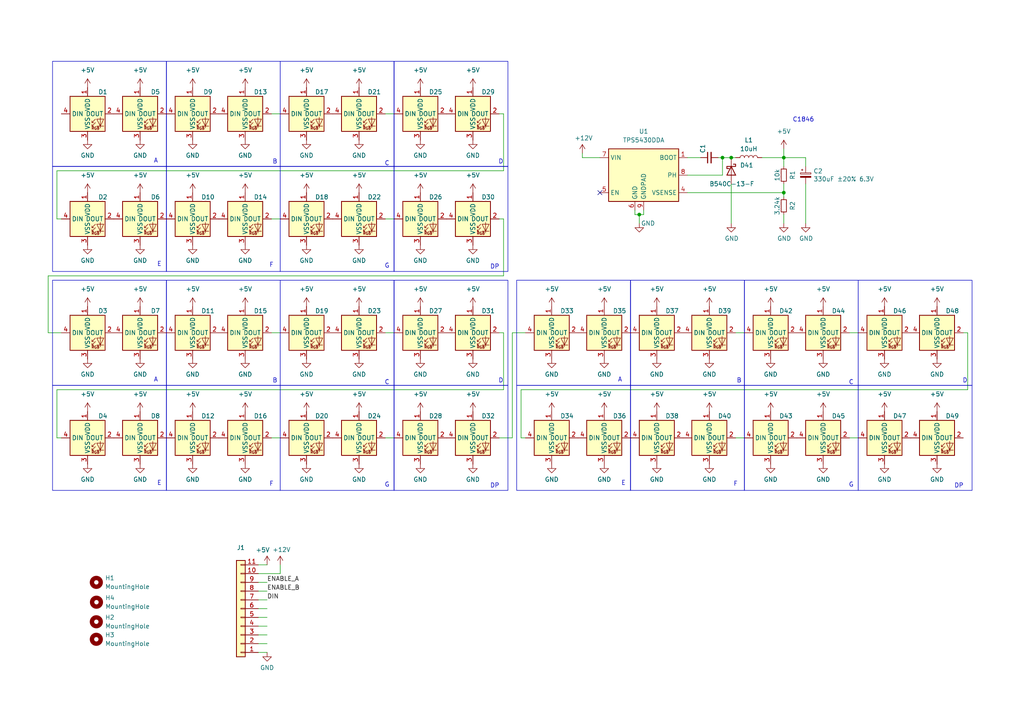
<source format=kicad_sch>
(kicad_sch (version 20231120) (generator "eeschema") (generator_version "7.99")
  (paper "A4")
  (lib_symbols
    (symbol "Connector_Generic:Conn_01x11" (pin_names (offset 1.016) hide)
      (property "Reference" "J" (at 0 15.24 0))
      (property "Value" "Conn_01x11" (at 0 -15.24 0))
      (symbol "Conn_01x11_1_1"
        (rectangle (start -1.27 -12.573) (end 0 -12.827) (stroke (width 0.1524)))
        (rectangle (start -1.27 -10.033) (end 0 -10.287) (stroke (width 0.1524)))
        (rectangle (start -1.27 -7.493) (end 0 -7.747) (stroke (width 0.1524)))
        (rectangle (start -1.27 -4.953) (end 0 -5.207) (stroke (width 0.1524)))
        (rectangle (start -1.27 -2.413) (end 0 -2.667) (stroke (width 0.1524)))
        (rectangle (start -1.27 0.127) (end 0 -0.127) (stroke (width 0.1524)))
        (rectangle (start -1.27 2.667) (end 0 2.413) (stroke (width 0.1524)))
        (rectangle (start -1.27 5.207) (end 0 4.953) (stroke (width 0.1524)))
        (rectangle (start -1.27 7.747) (end 0 7.493) (stroke (width 0.1524)))
        (rectangle (start -1.27 10.287) (end 0 10.033) (stroke (width 0.1524)))
        (rectangle (start -1.27 12.827) (end 0 12.573) (stroke (width 0.1524)))
        (rectangle (start -1.27 13.97) (end 1.27 -13.97) (stroke (width 0.254)) (fill (type background)))
        (pin passive line (at -5.08 12.7 0) (length 3.81) (name "Pin_1") (number "1"))
        (pin passive line (at -5.08 -10.16 0) (length 3.81) (name "Pin_10") (number "10"))
        (pin passive line (at -5.08 -12.7 0) (length 3.81) (name "Pin_11") (number "11"))
        (pin passive line (at -5.08 10.16 0) (length 3.81) (name "Pin_2") (number "2"))
        (pin passive line (at -5.08 7.62 0) (length 3.81) (name "Pin_3") (number "3"))
        (pin passive line (at -5.08 5.08 0) (length 3.81) (name "Pin_4") (number "4"))
        (pin passive line (at -5.08 2.54 0) (length 3.81) (name "Pin_5") (number "5"))
        (pin passive line (at -5.08 0 0) (length 3.81) (name "Pin_6") (number "6"))
        (pin passive line (at -5.08 -2.54 0) (length 3.81) (name "Pin_7") (number "7"))
        (pin passive line (at -5.08 -5.08 0) (length 3.81) (name "Pin_8") (number "8"))
        (pin passive line (at -5.08 -7.62 0) (length 3.81) (name "Pin_9") (number "9"))
      )
    )
    (symbol "Device:CP_Small" (pin_numbers hide) (pin_names (offset 0.254) hide)
      (property "Reference" "C" (at 0.254 1.778 0))
      (property "Value" "CP_Small" (at 0.254 -2.032 0))
      (symbol "CP_Small_0_1"
        (rectangle (start -1.524 -0.3048) (end 1.524 -0.6858) (fill (type outline)))
        (rectangle (start -1.524 0.6858) (end 1.524 0.3048))
        (polyline (pts (xy -1.27 1.524) (xy -0.762 1.524)))
        (polyline (pts (xy -1.016 1.27) (xy -1.016 1.778)))
      )
      (symbol "CP_Small_1_1"
        (pin passive line (at 0 2.54 270) (length 1.8542) (name "~") (number "1"))
        (pin passive line (at 0 -2.54 90) (length 1.8542) (name "~") (number "2"))
      )
    )
    (symbol "Device:C_Small" (pin_numbers hide) (pin_names (offset 0.254) hide)
      (property "Reference" "C" (at 0.254 1.778 0))
      (property "Value" "C_Small" (at 0.254 -2.032 0))
      (symbol "C_Small_0_1"
        (polyline (pts (xy -1.524 -0.508) (xy 1.524 -0.508)) (stroke (width 0.3302)))
        (polyline (pts (xy -1.524 0.508) (xy 1.524 0.508)) (stroke (width 0.3048)))
      )
      (symbol "C_Small_1_1"
        (pin passive line (at 0 2.54 270) (length 2.032) (name "~") (number "1"))
        (pin passive line (at 0 -2.54 90) (length 2.032) (name "~") (number "2"))
      )
    )
    (symbol "Device:D_Schottky" (pin_numbers hide) (pin_names (offset 1.016) hide)
      (property "Reference" "D" (at 0 2.54 0))
      (property "Value" "D_Schottky" (at 0 -2.54 0))
      (symbol "D_Schottky_0_1"
        (polyline (pts (xy 1.27 0) (xy -1.27 0)))
        (polyline (pts (xy 1.27 1.27) (xy 1.27 -1.27) (xy -1.27 0) (xy 1.27 1.27)) (stroke (width 0.254)))
        (polyline (pts (xy -1.905 0.635) (xy -1.905 1.27) (xy -1.27 1.27) (xy -1.27 -1.27) (xy -0.635 -1.27) (xy -0.635 -0.635)) (stroke (width 0.254)))
      )
      (symbol "D_Schottky_1_1"
        (pin passive line (at -3.81 0 0) (length 2.54) (name "K") (number "1"))
        (pin passive line (at 3.81 0 180) (length 2.54) (name "A") (number "2"))
      )
    )
    (symbol "Device:L" (pin_numbers hide) (pin_names (offset 1.016) hide)
      (property "Reference" "L" (at -1.27 0 90))
      (property "Value" "L" (at 1.905 0 90))
      (symbol "L_0_1"
        (arc (start 0 -2.54) (mid 0.6323 -1.905) (end 0 -1.27))
        (arc (start 0 -1.27) (mid 0.6323 -0.635) (end 0 0))
        (arc (start 0 0) (mid 0.6323 0.635) (end 0 1.27))
        (arc (start 0 1.27) (mid 0.6323 1.905) (end 0 2.54))
      )
      (symbol "L_1_1"
        (pin passive line (at 0 3.81 270) (length 1.27) (name "1") (number "1"))
        (pin passive line (at 0 -3.81 90) (length 1.27) (name "2") (number "2"))
      )
    )
    (symbol "Device:R_Small" (pin_numbers hide) (pin_names (offset 0.254) hide)
      (property "Reference" "R" (at 0.762 0.508 0))
      (property "Value" "R_Small" (at 0.762 -1.016 0))
      (symbol "R_Small_0_1"
        (rectangle (start -0.762 1.778) (end 0.762 -1.778) (stroke (width 0.2032)))
      )
      (symbol "R_Small_1_1"
        (pin passive line (at 0 2.54 270) (length 0.762) (name "~") (number "1"))
        (pin passive line (at 0 -2.54 90) (length 0.762) (name "~") (number "2"))
      )
    )
    (symbol "Mechanical:MountingHole" (pin_names (offset 1.016))
      (property "Reference" "H" (at 0 5.08 0))
      (property "Value" "MountingHole" (at 0 3.175 0))
      (symbol "MountingHole_0_1"
        (circle (center 0 0) (radius 1.27) (stroke (width 1.27)))
      )
    )
    (symbol "Regulator_Switching:TPS5430DDA"
      (property "Reference" "U" (at -10.16 8.89 0))
      (property "Value" "TPS5430DDA" (at -1.27 8.89 0))
      (symbol "TPS5430DDA_0_1"
        (rectangle (start -10.16 7.62) (end 10.16 -7.62) (stroke (width 0.254)) (fill (type background)))
      )
      (symbol "TPS5430DDA_1_1"
        (pin input line (at 12.7 5.08 180) (length 2.54) (name "BOOT") (number "1"))
        (pin no_connect line (at -10.16 2.54 0) (length 2.54) hide (name "NC") (number "2"))
        (pin no_connect line (at -10.16 -2.54 0) (length 2.54) hide (name "NC") (number "3"))
        (pin input line (at 12.7 -5.08 180) (length 2.54) (name "VSENSE") (number "4"))
        (pin input line (at -12.7 -5.08 0) (length 2.54) (name "EN") (number "5"))
        (pin power_in line (at -2.54 -10.16 90) (length 2.54) (name "GND") (number "6"))
        (pin power_in line (at -12.7 5.08 0) (length 2.54) (name "VIN") (number "7"))
        (pin output line (at 12.7 0 180) (length 2.54) (name "PH") (number "8"))
        (pin power_in line (at 0 -10.16 90) (length 2.54) (name "GNDPAD") (number "9"))
      )
    )
    (symbol "power:+12V" (power) (pin_names (offset 0))
      (property "Value" "+12V" (at 0 3.556 0))
      (symbol "+12V_0_1"
        (polyline (pts (xy -0.762 1.27) (xy 0 2.54)))
        (polyline (pts (xy 0 0) (xy 0 2.54)))
        (polyline (pts (xy 0 2.54) (xy 0.762 1.27)))
      )
      (symbol "+12V_1_1"
        (pin power_in line (at 0 0 90) (length 0) hide (name "+12V") (number "1"))
      )
    )
    (symbol "power:+5V" (power) (pin_names (offset 0))
      (property "Value" "+5V" (at 0 3.556 0))
      (symbol "+5V_0_1"
        (polyline (pts (xy -0.762 1.27) (xy 0 2.54)))
        (polyline (pts (xy 0 0) (xy 0 2.54)))
        (polyline (pts (xy 0 2.54) (xy 0.762 1.27)))
      )
      (symbol "+5V_1_1"
        (pin power_in line (at 0 0 90) (length 0) hide (name "+5V") (number "1"))
      )
    )
    (symbol "power:GND" (power) (pin_names (offset 0))
      (property "Value" "GND" (at 0 -3.81 0))
      (symbol "GND_0_1"
        (polyline (pts (xy 0 0) (xy 0 -1.27) (xy 1.27 -1.27) (xy 0 -2.54) (xy -1.27 -1.27) (xy 0 -1.27)))
      )
      (symbol "GND_1_1"
        (pin power_in line (at 0 0 270) (length 0) hide (name "GND") (number "1"))
      )
    )
    (symbol "rp_pico:WS2812-2020"
      (property "Reference" "D" (at 0 0 0))
      (property "Value" "WS2812-2020" (at -8.89 -8.89 0))
      (symbol "WS2812-2020_0_0"
        (text "RGB" (at 2.286 -4.191 0) (effects (font (size 0.762 0.762))))
      )
      (symbol "WS2812-2020_0_1"
        (polyline (pts (xy 1.27 -3.556) (xy 1.778 -3.556)))
        (polyline (pts (xy 1.27 -2.54) (xy 1.778 -2.54)))
        (polyline (pts (xy 4.699 -3.556) (xy 2.667 -3.556)))
        (polyline (pts (xy 2.286 -2.54) (xy 1.27 -3.556) (xy 1.27 -3.048)))
        (polyline (pts (xy 2.286 -1.524) (xy 1.27 -2.54) (xy 1.27 -2.032)))
        (polyline (pts (xy 3.683 -1.016) (xy 3.683 -3.556) (xy 3.683 -4.064)))
        (polyline (pts (xy 4.699 -1.524) (xy 2.667 -1.524) (xy 3.683 -3.556) (xy 4.699 -1.524)))
        (rectangle (start 5.08 5.08) (end -5.08 -5.08) (stroke (width 0.254)) (fill (type background)))
      )
      (symbol "WS2812-2020_1_1"
        (pin power_in line (at 0 7.62 270) (length 2.54) (name "VDD") (number "1"))
        (pin output line (at 7.62 0 180) (length 2.54) (name "DOUT") (number "2"))
        (pin power_in line (at 0 -7.62 90) (length 2.54) (name "VSS") (number "3"))
        (pin input line (at -7.62 0 0) (length 2.54) (name "DIN") (number "4"))
      )
    )
  )
  (junction (at 227.33 55.88))
  (junction (at 212.09 45.72))
  (junction (at 185.42 62.23))
  (junction (at 227.33 45.72))
  (junction (at 209.55 45.72))
  (no_connect (at 173.99 55.88))
  (wire (pts (xy 199.39 55.88) (xy 227.33 55.88)))
  (wire (pts (xy 77.47 163.83) (xy 74.93 163.83)))
  (wire (pts (xy 74.93 166.37) (xy 81.28 166.37)))
  (wire (pts (xy 280.67 96.52) (xy 279.4 96.52)))
  (wire (pts (xy 148.59 96.52) (xy 152.4 96.52)))
  (wire (pts (xy 146.05 33.02) (xy 144.78 33.02)))
  (wire (pts (xy 148.59 127) (xy 148.59 96.52)))
  (wire (pts (xy 111.76 63.5) (xy 114.3 63.5)))
  (wire (pts (xy 13.97 96.52) (xy 13.97 80.01)))
  (wire (pts (xy 74.93 173.99) (xy 77.47 173.99)))
  (wire (pts (xy 209.55 50.8) (xy 209.55 45.72)))
  (wire (pts (xy 213.36 127) (xy 215.9 127)))
  (wire (pts (xy 186.69 60.96) (xy 186.69 62.23)))
  (wire (pts (xy 16.51 113.03) (xy 146.05 113.03)))
  (wire (pts (xy 146.05 80.01) (xy 146.05 63.5)))
  (wire (pts (xy 78.74 127) (xy 81.28 127)))
  (wire (pts (xy 151.13 127) (xy 151.13 113.03)))
  (wire (pts (xy 16.51 49.53) (xy 146.05 49.53)))
  (wire (pts (xy 74.93 181.61) (xy 77.47 181.61)))
  (wire (pts (xy 17.78 96.52) (xy 13.97 96.52)))
  (wire (pts (xy 185.42 64.77) (xy 185.42 62.23)))
  (wire (pts (xy 233.68 45.72) (xy 227.33 45.72)))
  (wire (pts (xy 78.74 63.5) (xy 81.28 63.5)))
  (wire (pts (xy 233.68 48.26) (xy 233.68 45.72)))
  (wire (pts (xy 78.74 96.52) (xy 81.28 96.52)))
  (wire (pts (xy 212.09 53.34) (xy 212.09 64.77)))
  (wire (pts (xy 208.28 45.72) (xy 209.55 45.72)))
  (wire (pts (xy 233.68 53.34) (xy 233.68 64.77)))
  (wire (pts (xy 227.33 45.72) (xy 227.33 48.26)))
  (wire (pts (xy 13.97 80.01) (xy 146.05 80.01)))
  (wire (pts (xy 168.91 44.45) (xy 168.91 45.72)))
  (wire (pts (xy 77.47 186.69) (xy 74.93 186.69)))
  (wire (pts (xy 151.13 113.03) (xy 280.67 113.03)))
  (wire (pts (xy 184.15 62.23) (xy 184.15 60.96)))
  (wire (pts (xy 146.05 96.52) (xy 144.78 96.52)))
  (wire (pts (xy 74.93 189.23) (xy 77.47 189.23)))
  (wire (pts (xy 111.76 33.02) (xy 114.3 33.02)))
  (wire (pts (xy 209.55 45.72) (xy 212.09 45.72)))
  (wire (pts (xy 146.05 49.53) (xy 146.05 33.02)))
  (wire (pts (xy 146.05 63.5) (xy 144.78 63.5)))
  (wire (pts (xy 227.33 55.88) (xy 227.33 57.15)))
  (wire (pts (xy 146.05 113.03) (xy 146.05 96.52)))
  (wire (pts (xy 81.28 163.83) (xy 81.28 166.37)))
  (wire (pts (xy 227.33 43.18) (xy 227.33 45.72)))
  (wire (pts (xy 17.78 63.5) (xy 16.51 63.5)))
  (wire (pts (xy 152.4 127) (xy 151.13 127)))
  (wire (pts (xy 168.91 45.72) (xy 173.99 45.72)))
  (wire (pts (xy 199.39 45.72) (xy 203.2 45.72)))
  (wire (pts (xy 17.78 127) (xy 16.51 127)))
  (wire (pts (xy 74.93 179.07) (xy 77.47 179.07)))
  (wire (pts (xy 144.78 127) (xy 148.59 127)))
  (wire (pts (xy 227.33 62.23) (xy 227.33 64.77)))
  (wire (pts (xy 74.93 171.45) (xy 77.47 171.45)))
  (wire (pts (xy 16.51 63.5) (xy 16.51 49.53)))
  (wire (pts (xy 78.74 33.02) (xy 81.28 33.02)))
  (wire (pts (xy 185.42 62.23) (xy 184.15 62.23)))
  (wire (pts (xy 74.93 176.53) (xy 77.47 176.53)))
  (wire (pts (xy 199.39 50.8) (xy 209.55 50.8)))
  (wire (pts (xy 246.38 96.52) (xy 248.92 96.52)))
  (wire (pts (xy 212.09 45.72) (xy 213.36 45.72)))
  (wire (pts (xy 16.51 127) (xy 16.51 113.03)))
  (wire (pts (xy 74.93 168.91) (xy 77.47 168.91)))
  (wire (pts (xy 227.33 55.88) (xy 227.33 53.34)))
  (wire (pts (xy 111.76 96.52) (xy 114.3 96.52)))
  (wire (pts (xy 227.33 45.72) (xy 220.98 45.72)))
  (wire (pts (xy 111.76 127) (xy 114.3 127)))
  (wire (pts (xy 77.47 184.15) (xy 74.93 184.15)))
  (wire (pts (xy 246.38 127) (xy 248.92 127)))
  (wire (pts (xy 280.67 113.03) (xy 280.67 96.52)))
  (wire (pts (xy 186.69 62.23) (xy 185.42 62.23)))
  (wire (pts (xy 213.36 96.52) (xy 215.9 96.52)))
  (rectangle (start 248.92 81.28) (end 281.94 111.76))
  (rectangle (start 81.28 17.78) (end 114.3 48.26))
  (rectangle (start 149.86 111.76) (end 182.88 142.24))
  (rectangle (start 215.9 111.76) (end 248.92 142.24))
  (rectangle (start 15.24 48.26) (end 48.26 78.74))
  (rectangle (start 149.86 81.28) (end 182.88 111.76))
  (rectangle (start 81.28 111.76) (end 114.3 142.24))
  (rectangle (start 114.3 111.76) (end 147.32 142.24))
  (rectangle (start 81.28 48.26) (end 114.3 78.74))
  (rectangle (start 114.3 81.28) (end 147.32 111.76))
  (rectangle (start 15.24 111.76) (end 48.26 142.24))
  (rectangle (start 15.24 17.78) (end 48.26 48.26))
  (rectangle (start 81.28 81.28) (end 114.3 111.76))
  (rectangle (start 48.26 17.78) (end 81.28 48.26))
  (rectangle (start 48.26 111.76) (end 81.28 142.24))
  (rectangle (start 182.88 81.28) (end 215.9 111.76))
  (rectangle (start 48.26 48.26) (end 81.28 78.74))
  (rectangle (start 15.24 81.28) (end 48.26 111.76))
  (rectangle (start 215.9 81.28) (end 248.92 111.76))
  (rectangle (start 114.3 48.26) (end 147.32 78.74))
  (rectangle (start 48.26 81.28) (end 81.28 111.76))
  (rectangle (start 248.92 111.76) (end 281.94 142.24))
  (rectangle (start 182.88 111.76) (end 215.9 142.24))
  (rectangle (start 114.3 17.78) (end 147.32 48.26))
  (text "F" (at 213.36 140.462 0) (effects (font (size 1.27 1.27))))
  (text "G" (at 112.268 140.716 0) (effects (font (size 1.27 1.27))))
  (text "E" (at 180.848 140.208 0) (effects (font (size 1.27 1.27))))
  (text "C" (at 112.268 47.498 0) (effects (font (size 1.27 1.27))))
  (text "A" (at 45.212 46.736 0) (effects (font (size 1.27 1.27))))
  (text "C1846" (at 229.87 35.56 0) (effects (font (size 1.27 1.27)) (justify left bottom)))
  (text "G" (at 112.268 77.216 0) (effects (font (size 1.27 1.27))))
  (text "A" (at 179.832 110.236 0) (effects (font (size 1.27 1.27))))
  (text "G" (at 246.888 140.716 0) (effects (font (size 1.27 1.27))))
  (text "DP" (at 278.13 140.97 0) (effects (font (size 1.27 1.27))))
  (text "E" (at 46.228 76.708 0) (effects (font (size 1.27 1.27))))
  (text "F" (at 78.74 76.962 0) (effects (font (size 1.27 1.27))))
  (text "B" (at 214.376 110.49 0) (effects (font (size 1.27 1.27))))
  (text "B" (at 79.756 46.99 0) (effects (font (size 1.27 1.27))))
  (text "C" (at 112.268 110.998 0) (effects (font (size 1.27 1.27))))
  (text "DP" (at 143.51 77.47 0) (effects (font (size 1.27 1.27))))
  (text "E" (at 46.228 140.208 0) (effects (font (size 1.27 1.27))))
  (text "DP" (at 143.51 140.97 0) (effects (font (size 1.27 1.27))))
  (text "A" (at 45.212 110.236 0) (effects (font (size 1.27 1.27))))
  (text "B" (at 79.756 110.49 0) (effects (font (size 1.27 1.27))))
  (text "D" (at 145.288 46.99 0) (effects (font (size 1.27 1.27))))
  (text "D" (at 279.908 110.49 0) (effects (font (size 1.27 1.27))))
  (text "D" (at 145.288 110.49 0) (effects (font (size 1.27 1.27))))
  (text "C" (at 246.888 110.998 0) (effects (font (size 1.27 1.27))))
  (text "F" (at 78.74 140.462 0) (effects (font (size 1.27 1.27))))
  (label "ENABLE_A" (at 77.47 168.91 0))
  (label "ENABLE_B" (at 77.47 171.45 0))
  (label "DIN" (at 77.47 173.99 0))
  (symbol (lib_id "power:GND") (at 137.16 134.62 0) (unit 1)
    (property "Reference" "#PWR067" (effects (hide yes)))
    (property "Value" "GND" (at 137.16 139.0634 0))
  )
  (symbol (lib_id "rp_pico:WS2812-2020") (at 71.12 33.02 0) (unit 1) (exclude_from_sim yes)
    (property "Reference" "D13" (at 75.565 26.67 0))
    (property "Value" "WS2812B" (effects (hide yes)))
    (property "Footprint" "Library:WS2812B" (effects (hide yes)))
    (property "Datasheet" "https://cdn-shop.adafruit.com/datasheets/WS2812B.pdf" (effects (hide yes)))
  )
  (symbol (lib_id "power:+5V") (at 25.4 25.4 0) (unit 1)
    (property "Reference" "#PWR01" (effects (hide yes)))
    (property "Value" "+5V" (at 25.4 20.32 0))
  )
  (symbol (lib_id "Connector_Generic:Conn_01x11") (at 69.85 176.53 180) (unit 1)
    (property "Reference" "J1" (at 69.85 158.8602 0))
    (property "Value" "Conn_01x10" (effects (hide yes)))
    (property "Footprint" "Connector_PinSocket_2.00mm:PinSocket_1x11_P2.00mm_Vertical" (effects (hide yes)))
  )
  (symbol (lib_id "rp_pico:WS2812-2020") (at 55.88 127 0) (unit 1) (exclude_from_sim yes)
    (property "Reference" "D12" (at 60.325 120.65 0))
    (property "Value" "WS2812B" (effects (hide yes)))
    (property "Footprint" "Library:WS2812B" (effects (hide yes)))
    (property "Datasheet" "https://cdn-shop.adafruit.com/datasheets/WS2812B.pdf" (effects (hide yes)))
  )
  (symbol (lib_id "power:+5V") (at 71.12 25.4 0) (unit 1)
    (property "Reference" "#PWR025" (effects (hide yes)))
    (property "Value" "+5V" (at 71.12 20.32 0))
  )
  (symbol (lib_id "rp_pico:WS2812-2020") (at 223.52 96.52 0) (unit 1) (exclude_from_sim yes)
    (property "Reference" "D42" (at 227.965 90.17 0))
    (property "Value" "WS2812B" (effects (hide yes)))
    (property "Footprint" "Library:WS2812B" (effects (hide yes)))
    (property "Datasheet" "https://cdn-shop.adafruit.com/datasheets/WS2812B.pdf" (effects (hide yes)))
  )
  (symbol (lib_id "power:+5V") (at 256.54 88.9 0) (unit 1)
    (property "Reference" "#PWR098" (effects (hide yes)))
    (property "Value" "+5V" (at 256.54 83.82 0))
  )
  (symbol (lib_id "power:+5V") (at 223.52 119.38 0) (unit 1)
    (property "Reference" "#PWR089" (effects (hide yes)))
    (property "Value" "+5V" (at 223.52 114.3 0))
  )
  (symbol (lib_id "power:+5V") (at 104.14 55.88 0) (unit 1)
    (property "Reference" "#PWR046" (effects (hide yes)))
    (property "Value" "+5V" (at 104.14 50.8 0))
  )
  (symbol (lib_id "rp_pico:WS2812-2020") (at 88.9 63.5 0) (unit 1) (exclude_from_sim yes)
    (property "Reference" "D18" (at 93.345 57.15 0))
    (property "Value" "WS2812B" (effects (hide yes)))
    (property "Footprint" "Library:WS2812B" (effects (hide yes)))
    (property "Datasheet" "https://cdn-shop.adafruit.com/datasheets/WS2812B.pdf" (effects (hide yes)))
  )
  (symbol (lib_id "power:GND") (at 77.47 189.23 0) (unit 1)
    (property "Reference" "#PWR034" (effects (hide yes)))
    (property "Value" "GND" (at 77.47 193.6734 0))
  )
  (symbol (lib_id "power:+5V") (at 238.76 88.9 0) (unit 1)
    (property "Reference" "#PWR094" (effects (hide yes)))
    (property "Value" "+5V" (at 238.76 83.82 0))
  )
  (symbol (lib_id "power:+5V") (at 71.12 55.88 0) (unit 1)
    (property "Reference" "#PWR027" (effects (hide yes)))
    (property "Value" "+5V" (at 71.12 50.8 0))
  )
  (symbol (lib_id "power:GND") (at 88.9 104.14 0) (unit 1)
    (property "Reference" "#PWR041" (effects (hide yes)))
    (property "Value" "GND" (at 88.9 108.5834 0))
  )
  (symbol (lib_id "power:GND") (at 88.9 134.62 0) (unit 1)
    (property "Reference" "#PWR043" (effects (hide yes)))
    (property "Value" "GND" (at 88.9 139.0634 0))
  )
  (symbol (lib_id "power:+5V") (at 25.4 119.38 0) (unit 1)
    (property "Reference" "#PWR07" (effects (hide yes)))
    (property "Value" "+5V" (at 25.4 114.3 0))
  )
  (symbol (lib_id "power:+5V") (at 256.54 119.38 0) (unit 1)
    (property "Reference" "#PWR0100" (effects (hide yes)))
    (property "Value" "+5V" (at 256.54 114.3 0))
  )
  (symbol (lib_id "rp_pico:WS2812-2020") (at 88.9 33.02 0) (unit 1) (exclude_from_sim yes)
    (property "Reference" "D17" (at 93.345 26.67 0))
    (property "Value" "WS2812B" (effects (hide yes)))
    (property "Footprint" "Library:WS2812B" (effects (hide yes)))
    (property "Datasheet" "https://cdn-shop.adafruit.com/datasheets/WS2812B.pdf" (effects (hide yes)))
  )
  (symbol (lib_id "power:GND") (at 40.64 40.64 0) (unit 1)
    (property "Reference" "#PWR010" (effects (hide yes)))
    (property "Value" "GND" (at 40.64 45.0834 0))
  )
  (symbol (lib_id "power:GND") (at 212.09 64.77 0) (unit 1)
    (property "Reference" "#PWR086" (effects (hide yes)))
    (property "Value" "GND" (at 212.217 69.1642 0))
  )
  (symbol (lib_id "power:+5V") (at 88.9 119.38 0) (unit 1)
    (property "Reference" "#PWR042" (effects (hide yes)))
    (property "Value" "+5V" (at 88.9 114.3 0))
  )
  (symbol (lib_id "power:+5V") (at 55.88 25.4 0) (unit 1)
    (property "Reference" "#PWR017" (effects (hide yes)))
    (property "Value" "+5V" (at 55.88 20.32 0))
  )
  (symbol (lib_id "power:GND") (at 137.16 104.14 0) (unit 1)
    (property "Reference" "#PWR065" (effects (hide yes)))
    (property "Value" "GND" (at 137.16 108.5834 0))
  )
  (symbol (lib_id "power:+5V") (at 121.92 55.88 0) (unit 1)
    (property "Reference" "#PWR054" (effects (hide yes)))
    (property "Value" "+5V" (at 121.92 50.8 0))
  )
  (symbol (lib_id "Mechanical:MountingHole") (at 27.94 180.34 0) (unit 1)
    (property "Reference" "H2" (at 30.48 179.0699 0) (effects (justify left)))
    (property "Value" "MountingHole" (at 30.48 181.6099 0) (effects (justify left)))
    (property "Footprint" "MountingHole:MountingHole_3.2mm_M3_Pad_Via" (effects (hide yes)))
    (property "Description" "Mounting Hole without connection" (effects (hide yes)))
  )
  (symbol (lib_id "rp_pico:WS2812-2020") (at 271.78 127 0) (unit 1) (exclude_from_sim yes)
    (property "Reference" "D49" (at 276.225 120.65 0))
    (property "Value" "WS2812B" (effects (hide yes)))
    (property "Footprint" "Library:WS2812B" (effects (hide yes)))
    (property "Datasheet" "https://cdn-shop.adafruit.com/datasheets/WS2812B.pdf" (effects (hide yes)))
  )
  (symbol (lib_id "power:GND") (at 55.88 104.14 0) (unit 1)
    (property "Reference" "#PWR022" (effects (hide yes)))
    (property "Value" "GND" (at 55.88 108.5834 0))
  )
  (symbol (lib_id "rp_pico:WS2812-2020") (at 71.12 127 0) (unit 1) (exclude_from_sim yes)
    (property "Reference" "D16" (at 75.565 120.65 0))
    (property "Value" "WS2812B" (effects (hide yes)))
    (property "Footprint" "Library:WS2812B" (effects (hide yes)))
    (property "Datasheet" "https://cdn-shop.adafruit.com/datasheets/WS2812B.pdf" (effects (hide yes)))
  )
  (symbol (lib_id "power:+5V") (at 104.14 119.38 0) (unit 1)
    (property "Reference" "#PWR050" (effects (hide yes)))
    (property "Value" "+5V" (at 104.14 114.3 0))
  )
  (symbol (lib_id "power:GND") (at 175.26 134.62 0) (unit 1)
    (property "Reference" "#PWR076" (effects (hide yes)))
    (property "Value" "GND" (at 175.26 139.0634 0))
  )
  (symbol (lib_id "power:+5V") (at 160.02 88.9 0) (unit 1)
    (property "Reference" "#PWR068" (effects (hide yes)))
    (property "Value" "+5V" (at 160.02 83.82 0))
  )
  (symbol (lib_id "rp_pico:WS2812-2020") (at 40.64 63.5 0) (unit 1) (exclude_from_sim yes)
    (property "Reference" "D6" (at 45.085 57.15 0))
    (property "Value" "WS2812B" (effects (hide yes)))
    (property "Footprint" "Library:WS2812B" (effects (hide yes)))
    (property "Datasheet" "https://cdn-shop.adafruit.com/datasheets/WS2812B.pdf" (effects (hide yes)))
  )
  (symbol (lib_id "rp_pico:WS2812-2020") (at 40.64 96.52 0) (unit 1) (exclude_from_sim yes)
    (property "Reference" "D7" (at 45.085 90.17 0))
    (property "Value" "WS2812B" (effects (hide yes)))
    (property "Footprint" "Library:WS2812B" (effects (hide yes)))
    (property "Datasheet" "https://cdn-shop.adafruit.com/datasheets/WS2812B.pdf" (effects (hide yes)))
  )
  (symbol (lib_id "rp_pico:WS2812-2020") (at 25.4 127 0) (unit 1) (exclude_from_sim yes)
    (property "Reference" "D4" (at 29.845 120.65 0))
    (property "Value" "WS2812B" (effects (hide yes)))
    (property "Footprint" "Library:WS2812B" (effects (hide yes)))
    (property "Datasheet" "https://cdn-shop.adafruit.com/datasheets/WS2812B.pdf" (effects (hide yes)))
  )
  (symbol (lib_id "power:GND") (at 121.92 40.64 0) (unit 1)
    (property "Reference" "#PWR053" (effects (hide yes)))
    (property "Value" "GND" (at 121.92 45.0834 0))
  )
  (symbol (lib_id "power:+5V") (at 223.52 88.9 0) (unit 1)
    (property "Reference" "#PWR087" (effects (hide yes)))
    (property "Value" "+5V" (at 223.52 83.82 0))
  )
  (symbol (lib_id "rp_pico:WS2812-2020") (at 256.54 127 0) (unit 1) (exclude_from_sim yes)
    (property "Reference" "D47" (at 260.985 120.65 0))
    (property "Value" "WS2812B" (effects (hide yes)))
    (property "Footprint" "Library:WS2812B" (effects (hide yes)))
    (property "Datasheet" "https://cdn-shop.adafruit.com/datasheets/WS2812B.pdf" (effects (hide yes)))
  )
  (symbol (lib_id "power:GND") (at 185.42 64.77 0) (unit 1)
    (property "Reference" "#PWR077" (effects (hide yes)))
    (property "Value" "GND" (at 187.96 64.77 0))
  )
  (symbol (lib_id "rp_pico:WS2812-2020") (at 190.5 127 0) (unit 1) (exclude_from_sim yes)
    (property "Reference" "D38" (at 194.945 120.65 0))
    (property "Value" "WS2812B" (effects (hide yes)))
    (property "Footprint" "Library:WS2812B" (effects (hide yes)))
    (property "Datasheet" "https://cdn-shop.adafruit.com/datasheets/WS2812B.pdf" (effects (hide yes)))
  )
  (symbol (lib_id "power:+5V") (at 121.92 88.9 0) (unit 1)
    (property "Reference" "#PWR056" (effects (hide yes)))
    (property "Value" "+5V" (at 121.92 83.82 0))
  )
  (symbol (lib_id "power:+5V") (at 40.64 25.4 0) (unit 1)
    (property "Reference" "#PWR09" (effects (hide yes)))
    (property "Value" "+5V" (at 40.64 20.32 0))
  )
  (symbol (lib_id "power:GND") (at 227.33 64.77 0) (unit 1)
    (property "Reference" "#PWR092" (effects (hide yes)))
    (property "Value" "GND" (at 227.457 69.1642 0))
  )
  (symbol (lib_id "Regulator_Switching:TPS5430DDA") (at 186.69 50.8 0) (unit 1)
    (property "Reference" "U1" (at 186.69 38.1 0))
    (property "Value" "TPS5430DDA" (at 186.69 40.64 0))
    (property "Footprint" "Package_SO:TI_SO-PowerPAD-8_ThermalVias" (effects (hide yes)))
    (property "Datasheet" "http://www.ti.com/lit/ds/symlink/tps5430.pdf" (effects (hide yes)))
    (property "LCSC" "C9864" (effects (hide yes)))
  )
  (symbol (lib_id "power:+12V") (at 81.28 163.83 0) (unit 1)
    (property "Reference" "#PWR035" (effects (hide yes)))
    (property "Value" "+12V" (at 81.661 159.4358 0))
  )
  (symbol (lib_id "rp_pico:WS2812-2020") (at 190.5 96.52 0) (unit 1) (exclude_from_sim yes)
    (property "Reference" "D37" (at 194.945 90.17 0))
    (property "Value" "WS2812B" (effects (hide yes)))
    (property "Footprint" "Library:WS2812B" (effects (hide yes)))
    (property "Datasheet" "https://cdn-shop.adafruit.com/datasheets/WS2812B.pdf" (effects (hide yes)))
  )
  (symbol (lib_id "power:GND") (at 160.02 104.14 0) (unit 1)
    (property "Reference" "#PWR069" (effects (hide yes)))
    (property "Value" "GND" (at 160.02 108.5834 0))
  )
  (symbol (lib_id "power:GND") (at 40.64 134.62 0) (unit 1)
    (property "Reference" "#PWR016" (effects (hide yes)))
    (property "Value" "GND" (at 40.64 139.0634 0))
  )
  (symbol (lib_id "rp_pico:WS2812-2020") (at 55.88 63.5 0) (unit 1) (exclude_from_sim yes)
    (property "Reference" "D10" (at 60.325 57.15 0))
    (property "Value" "WS2812B" (effects (hide yes)))
    (property "Footprint" "Library:WS2812B" (effects (hide yes)))
    (property "Datasheet" "https://cdn-shop.adafruit.com/datasheets/WS2812B.pdf" (effects (hide yes)))
  )
  (symbol (lib_id "rp_pico:WS2812-2020") (at 104.14 63.5 0) (unit 1) (exclude_from_sim yes)
    (property "Reference" "D22" (at 108.585 57.15 0))
    (property "Value" "WS2812B" (effects (hide yes)))
    (property "Footprint" "Library:WS2812B" (effects (hide yes)))
    (property "Datasheet" "https://cdn-shop.adafruit.com/datasheets/WS2812B.pdf" (effects (hide yes)))
  )
  (symbol (lib_id "power:GND") (at 71.12 40.64 0) (unit 1)
    (property "Reference" "#PWR026" (effects (hide yes)))
    (property "Value" "GND" (at 71.12 45.0834 0))
  )
  (symbol (lib_id "power:GND") (at 71.12 71.12 0) (unit 1)
    (property "Reference" "#PWR028" (effects (hide yes)))
    (property "Value" "GND" (at 71.12 75.5634 0))
  )
  (symbol (lib_id "power:+5V") (at 160.02 119.38 0) (unit 1)
    (property "Reference" "#PWR070" (effects (hide yes)))
    (property "Value" "+5V" (at 160.02 114.3 0))
  )
  (symbol (lib_id "power:+5V") (at 175.26 119.38 0) (unit 1)
    (property "Reference" "#PWR075" (effects (hide yes)))
    (property "Value" "+5V" (at 175.26 114.3 0))
  )
  (symbol (lib_id "power:GND") (at 55.88 40.64 0) (unit 1)
    (property "Reference" "#PWR018" (effects (hide yes)))
    (property "Value" "GND" (at 55.88 45.0834 0))
  )
  (symbol (lib_id "power:+5V") (at 40.64 55.88 0) (unit 1)
    (property "Reference" "#PWR011" (effects (hide yes)))
    (property "Value" "+5V" (at 40.64 50.8 0))
  )
  (symbol (lib_id "power:+5V") (at 104.14 88.9 0) (unit 1)
    (property "Reference" "#PWR048" (effects (hide yes)))
    (property "Value" "+5V" (at 104.14 83.82 0))
  )
  (symbol (lib_id "rp_pico:WS2812-2020") (at 88.9 96.52 0) (unit 1) (exclude_from_sim yes)
    (property "Reference" "D19" (at 93.345 90.17 0))
    (property "Value" "WS2812B" (effects (hide yes)))
    (property "Footprint" "Library:WS2812B" (effects (hide yes)))
    (property "Datasheet" "https://cdn-shop.adafruit.com/datasheets/WS2812B.pdf" (effects (hide yes)))
  )
  (symbol (lib_id "Mechanical:MountingHole") (at 27.9778 174.6656 0) (unit 1)
    (property "Reference" "H4" (at 30.5178 173.3955 0) (effects (justify left)))
    (property "Value" "MountingHole" (at 30.5178 175.9355 0) (effects (justify left)))
    (property "Footprint" "MountingHole:MountingHole_3.2mm_M3_Pad_Via" (effects (hide yes)))
    (property "Description" "Mounting Hole without connection" (effects (hide yes)))
  )
  (symbol (lib_id "power:GND") (at 256.54 134.62 0) (unit 1)
    (property "Reference" "#PWR0101" (effects (hide yes)))
    (property "Value" "GND" (at 256.54 139.0634 0))
  )
  (symbol (lib_id "rp_pico:WS2812-2020") (at 25.4 33.02 0) (unit 1) (exclude_from_sim yes)
    (property "Reference" "D1" (at 29.845 26.67 0))
    (property "Value" "WS2812B" (effects (hide yes)))
    (property "Footprint" "Library:WS2812B" (effects (hide yes)))
    (property "Datasheet" "https://cdn-shop.adafruit.com/datasheets/WS2812B.pdf" (effects (hide yes)))
  )
  (symbol (lib_id "power:GND") (at 223.52 104.14 0) (unit 1)
    (property "Reference" "#PWR088" (effects (hide yes)))
    (property "Value" "GND" (at 223.52 108.5834 0))
  )
  (symbol (lib_id "power:+5V") (at 238.76 119.38 0) (unit 1)
    (property "Reference" "#PWR096" (effects (hide yes)))
    (property "Value" "+5V" (at 238.76 114.3 0))
  )
  (symbol (lib_id "power:GND") (at 25.4 104.14 0) (unit 1)
    (property "Reference" "#PWR06" (effects (hide yes)))
    (property "Value" "GND" (at 25.4 108.5834 0))
  )
  (symbol (lib_id "rp_pico:WS2812-2020") (at 25.4 96.52 0) (unit 1) (exclude_from_sim yes)
    (property "Reference" "D3" (at 29.845 90.17 0))
    (property "Value" "WS2812B" (effects (hide yes)))
    (property "Footprint" "Library:WS2812B" (effects (hide yes)))
    (property "Datasheet" "https://cdn-shop.adafruit.com/datasheets/WS2812B.pdf" (effects (hide yes)))
  )
  (symbol (lib_id "Device:D_Schottky") (at 212.09 49.53 270) (unit 1)
    (property "Reference" "D41" (at 214.63 47.9425 90) (effects (justify left)))
    (property "Value" "B540C-13-F" (at 205.74 53.34 90) (effects (justify left)))
    (property "Footprint" "Diode_SMD:D_SMA" (effects (hide yes)))
    (property "LCSC" "C3018525" (effects (hide yes)))
  )
  (symbol (lib_id "power:GND") (at 55.88 134.62 0) (unit 1)
    (property "Reference" "#PWR024" (effects (hide yes)))
    (property "Value" "GND" (at 55.88 139.0634 0))
  )
  (symbol (lib_id "rp_pico:WS2812-2020") (at 71.12 96.52 0) (unit 1) (exclude_from_sim yes)
    (property "Reference" "D15" (at 75.565 90.17 0))
    (property "Value" "WS2812B" (effects (hide yes)))
    (property "Footprint" "Library:WS2812B" (effects (hide yes)))
    (property "Datasheet" "https://cdn-shop.adafruit.com/datasheets/WS2812B.pdf" (effects (hide yes)))
  )
  (symbol (lib_id "rp_pico:WS2812-2020") (at 223.52 127 0) (unit 1) (exclude_from_sim yes)
    (property "Reference" "D43" (at 227.965 120.65 0))
    (property "Value" "WS2812B" (effects (hide yes)))
    (property "Footprint" "Library:WS2812B" (effects (hide yes)))
    (property "Datasheet" "https://cdn-shop.adafruit.com/datasheets/WS2812B.pdf" (effects (hide yes)))
  )
  (symbol (lib_id "rp_pico:WS2812-2020") (at 137.16 33.02 0) (unit 1) (exclude_from_sim yes)
    (property "Reference" "D29" (at 141.605 26.67 0))
    (property "Value" "WS2812B" (effects (hide yes)))
    (property "Footprint" "Library:WS2812B" (effects (hide yes)))
    (property "Datasheet" "https://cdn-shop.adafruit.com/datasheets/WS2812B.pdf" (effects (hide yes)))
  )
  (symbol (lib_id "rp_pico:WS2812-2020") (at 104.14 127 0) (unit 1) (exclude_from_sim yes)
    (property "Reference" "D24" (at 108.585 120.65 0))
    (property "Value" "WS2812B" (effects (hide yes)))
    (property "Footprint" "Library:WS2812B" (effects (hide yes)))
    (property "Datasheet" "https://cdn-shop.adafruit.com/datasheets/WS2812B.pdf" (effects (hide yes)))
  )
  (symbol (lib_id "power:+5V") (at 88.9 25.4 0) (unit 1)
    (property "Reference" "#PWR036" (effects (hide yes)))
    (property "Value" "+5V" (at 88.9 20.32 0))
  )
  (symbol (lib_id "rp_pico:WS2812-2020") (at 88.9 127 0) (unit 1) (exclude_from_sim yes)
    (property "Reference" "D20" (at 93.345 120.65 0))
    (property "Value" "WS2812B" (effects (hide yes)))
    (property "Footprint" "Library:WS2812B" (effects (hide yes)))
    (property "Datasheet" "https://cdn-shop.adafruit.com/datasheets/WS2812B.pdf" (effects (hide yes)))
  )
  (symbol (lib_id "power:GND") (at 121.92 104.14 0) (unit 1)
    (property "Reference" "#PWR057" (effects (hide yes)))
    (property "Value" "GND" (at 121.92 108.5834 0))
  )
  (symbol (lib_id "power:GND") (at 256.54 104.14 0) (unit 1)
    (property "Reference" "#PWR099" (effects (hide yes)))
    (property "Value" "GND" (at 256.54 108.5834 0))
  )
  (symbol (lib_id "power:GND") (at 121.92 134.62 0) (unit 1)
    (property "Reference" "#PWR059" (effects (hide yes)))
    (property "Value" "GND" (at 121.92 139.0634 0))
  )
  (symbol (lib_id "power:+5V") (at 205.74 88.9 0) (unit 1)
    (property "Reference" "#PWR082" (effects (hide yes)))
    (property "Value" "+5V" (at 205.74 83.82 0))
  )
  (symbol (lib_id "power:GND") (at 71.12 104.14 0) (unit 1)
    (property "Reference" "#PWR030" (effects (hide yes)))
    (property "Value" "GND" (at 71.12 108.5834 0))
  )
  (symbol (lib_id "power:GND") (at 55.88 71.12 0) (unit 1)
    (property "Reference" "#PWR020" (effects (hide yes)))
    (property "Value" "GND" (at 55.88 75.5634 0))
  )
  (symbol (lib_id "power:GND") (at 223.52 134.62 0) (unit 1)
    (property "Reference" "#PWR090" (effects (hide yes)))
    (property "Value" "GND" (at 223.52 139.0634 0))
  )
  (symbol (lib_id "rp_pico:WS2812-2020") (at 256.54 96.52 0) (unit 1) (exclude_from_sim yes)
    (property "Reference" "D46" (at 260.985 90.17 0))
    (property "Value" "WS2812B" (effects (hide yes)))
    (property "Footprint" "Library:WS2812B" (effects (hide yes)))
    (property "Datasheet" "https://cdn-shop.adafruit.com/datasheets/WS2812B.pdf" (effects (hide yes)))
  )
  (symbol (lib_id "power:GND") (at 238.76 134.62 0) (unit 1)
    (property "Reference" "#PWR097" (effects (hide yes)))
    (property "Value" "GND" (at 238.76 139.0634 0))
  )
  (symbol (lib_id "power:GND") (at 160.02 134.62 0) (unit 1)
    (property "Reference" "#PWR071" (effects (hide yes)))
    (property "Value" "GND" (at 160.02 139.0634 0))
  )
  (symbol (lib_id "power:+5V") (at 121.92 119.38 0) (unit 1)
    (property "Reference" "#PWR058" (effects (hide yes)))
    (property "Value" "+5V" (at 121.92 114.3 0))
  )
  (symbol (lib_id "rp_pico:WS2812-2020") (at 175.26 96.52 0) (unit 1) (exclude_from_sim yes)
    (property "Reference" "D35" (at 179.705 90.17 0))
    (property "Value" "WS2812B" (effects (hide yes)))
    (property "Footprint" "Library:WS2812B" (effects (hide yes)))
    (property "Datasheet" "https://cdn-shop.adafruit.com/datasheets/WS2812B.pdf" (effects (hide yes)))
  )
  (symbol (lib_id "power:+12V") (at 168.91 44.45 0) (unit 1)
    (property "Reference" "#PWR072" (effects (hide yes)))
    (property "Value" "+12V" (at 169.291 40.0558 0))
  )
  (symbol (lib_id "power:+5V") (at 40.64 88.9 0) (unit 1)
    (property "Reference" "#PWR013" (effects (hide yes)))
    (property "Value" "+5V" (at 40.64 83.82 0))
  )
  (symbol (lib_id "power:+5V") (at 205.74 119.38 0) (unit 1)
    (property "Reference" "#PWR084" (effects (hide yes)))
    (property "Value" "+5V" (at 205.74 114.3 0))
  )
  (symbol (lib_id "power:+5V") (at 88.9 88.9 0) (unit 1)
    (property "Reference" "#PWR040" (effects (hide yes)))
    (property "Value" "+5V" (at 88.9 83.82 0))
  )
  (symbol (lib_id "power:GND") (at 271.78 104.14 0) (unit 1)
    (property "Reference" "#PWR0103" (effects (hide yes)))
    (property "Value" "GND" (at 271.78 108.5834 0))
  )
  (symbol (lib_id "power:+5V") (at 104.14 25.4 0) (unit 1)
    (property "Reference" "#PWR044" (effects (hide yes)))
    (property "Value" "+5V" (at 104.14 20.32 0))
  )
  (symbol (lib_id "Device:R_Small") (at 227.33 50.8 0) (unit 1)
    (property "Reference" "R1" (at 229.87 50.8 90))
    (property "Value" "10k" (at 225.425 50.8 90))
    (property "Footprint" "Resistor_SMD:R_0603_1608Metric" (effects (hide yes)))
    (property "LCSC" "C25804" (effects (hide yes)))
  )
  (symbol (lib_id "rp_pico:WS2812-2020") (at 175.26 127 0) (unit 1) (exclude_from_sim yes)
    (property "Reference" "D36" (at 179.705 120.65 0))
    (property "Value" "WS2812B" (effects (hide yes)))
    (property "Footprint" "Library:WS2812B" (effects (hide yes)))
    (property "Datasheet" "https://cdn-shop.adafruit.com/datasheets/WS2812B.pdf" (effects (hide yes)))
  )
  (symbol (lib_id "Mechanical:MountingHole") (at 27.94 168.91 0) (unit 1)
    (property "Reference" "H1" (at 30.48 167.6399 0) (effects (justify left)))
    (property "Value" "MountingHole" (at 30.48 170.1799 0) (effects (justify left)))
    (property "Footprint" "MountingHole:MountingHole_3.2mm_M3_Pad_Via" (effects (hide yes)))
    (property "Description" "Mounting Hole without connection" (effects (hide yes)))
  )
  (symbol (lib_id "power:GND") (at 233.68 64.77 0) (unit 1)
    (property "Reference" "#PWR093" (effects (hide yes)))
    (property "Value" "GND" (at 233.807 69.1642 0))
  )
  (symbol (lib_id "rp_pico:WS2812-2020") (at 205.74 96.52 0) (unit 1) (exclude_from_sim yes)
    (property "Reference" "D39" (at 210.185 90.17 0))
    (property "Value" "WS2812B" (effects (hide yes)))
    (property "Footprint" "Library:WS2812B" (effects (hide yes)))
    (property "Datasheet" "https://cdn-shop.adafruit.com/datasheets/WS2812B.pdf" (effects (hide yes)))
  )
  (symbol (lib_id "power:+5V") (at 25.4 55.88 0) (unit 1)
    (property "Reference" "#PWR03" (effects (hide yes)))
    (property "Value" "+5V" (at 25.4 50.8 0))
  )
  (symbol (lib_id "rp_pico:WS2812-2020") (at 25.4 63.5 0) (unit 1) (exclude_from_sim yes)
    (property "Reference" "D2" (at 29.845 57.15 0))
    (property "Value" "WS2812B" (effects (hide yes)))
    (property "Footprint" "Library:WS2812B" (effects (hide yes)))
    (property "Datasheet" "https://cdn-shop.adafruit.com/datasheets/WS2812B.pdf" (effects (hide yes)))
  )
  (symbol (lib_id "power:GND") (at 190.5 134.62 0) (unit 1)
    (property "Reference" "#PWR081" (effects (hide yes)))
    (property "Value" "GND" (at 190.5 139.0634 0))
  )
  (symbol (lib_id "power:GND") (at 40.64 104.14 0) (unit 1)
    (property "Reference" "#PWR014" (effects (hide yes)))
    (property "Value" "GND" (at 40.64 108.5834 0))
  )
  (symbol (lib_id "Mechanical:MountingHole") (at 27.94 185.42 0) (unit 1)
    (property "Reference" "H3" (at 30.48 184.1499 0) (effects (justify left)))
    (property "Value" "MountingHole" (at 30.48 186.6899 0) (effects (justify left)))
    (property "Footprint" "MountingHole:MountingHole_3.2mm_M3_Pad_Via" (effects (hide yes)))
    (property "Description" "Mounting Hole without connection" (effects (hide yes)))
  )
  (symbol (lib_id "rp_pico:WS2812-2020") (at 40.64 33.02 0) (unit 1) (exclude_from_sim yes)
    (property "Reference" "D5" (at 45.085 26.67 0))
    (property "Value" "WS2812B" (effects (hide yes)))
    (property "Footprint" "Library:WS2812B" (effects (hide yes)))
    (property "Datasheet" "https://cdn-shop.adafruit.com/datasheets/WS2812B.pdf" (effects (hide yes)))
  )
  (symbol (lib_id "power:GND") (at 205.74 104.14 0) (unit 1)
    (property "Reference" "#PWR083" (effects (hide yes)))
    (property "Value" "GND" (at 205.74 108.5834 0))
  )
  (symbol (lib_id "power:+5V") (at 55.88 55.88 0) (unit 1)
    (property "Reference" "#PWR019" (effects (hide yes)))
    (property "Value" "+5V" (at 55.88 50.8 0))
  )
  (symbol (lib_id "Device:C_Small") (at 205.74 45.72 90) (unit 1)
    (property "Reference" "C1" (at 203.835 44.45 0) (effects (justify left)))
    (property "Value" "10nF" (effects (hide yes)))
    (property "Footprint" "Capacitor_SMD:C_0805_2012Metric" (effects (hide yes)))
    (property "LCSC" "C1846" (effects (hide yes)))
  )
  (symbol (lib_id "power:GND") (at 88.9 71.12 0) (unit 1)
    (property "Reference" "#PWR039" (effects (hide yes)))
    (property "Value" "GND" (at 88.9 75.5634 0))
  )
  (symbol (lib_id "rp_pico:WS2812-2020") (at 55.88 96.52 0) (unit 1) (exclude_from_sim yes)
    (property "Reference" "D11" (at 60.325 90.17 0))
    (property "Value" "WS2812B" (effects (hide yes)))
    (property "Footprint" "Library:WS2812B" (effects (hide yes)))
    (property "Datasheet" "https://cdn-shop.adafruit.com/datasheets/WS2812B.pdf" (effects (hide yes)))
  )
  (symbol (lib_id "power:GND") (at 88.9 40.64 0) (unit 1)
    (property "Reference" "#PWR037" (effects (hide yes)))
    (property "Value" "GND" (at 88.9 45.0834 0))
  )
  (symbol (lib_id "power:GND") (at 25.4 40.64 0) (unit 1)
    (property "Reference" "#PWR02" (effects (hide yes)))
    (property "Value" "GND" (at 25.4 45.0834 0))
  )
  (symbol (lib_id "rp_pico:WS2812-2020") (at 121.92 96.52 0) (unit 1) (exclude_from_sim yes)
    (property "Reference" "D27" (at 126.365 90.17 0))
    (property "Value" "WS2812B" (effects (hide yes)))
    (property "Footprint" "Library:WS2812B" (effects (hide yes)))
    (property "Datasheet" "https://cdn-shop.adafruit.com/datasheets/WS2812B.pdf" (effects (hide yes)))
  )
  (symbol (lib_id "rp_pico:WS2812-2020") (at 160.02 96.52 0) (unit 1) (exclude_from_sim yes)
    (property "Reference" "D33" (at 164.465 90.17 0))
    (property "Value" "WS2812B" (effects (hide yes)))
    (property "Footprint" "Library:WS2812B" (effects (hide yes)))
    (property "Datasheet" "https://cdn-shop.adafruit.com/datasheets/WS2812B.pdf" (effects (hide yes)))
  )
  (symbol (lib_id "power:GND") (at 205.74 134.62 0) (unit 1)
    (property "Reference" "#PWR085" (effects (hide yes)))
    (property "Value" "GND" (at 205.74 139.0634 0))
  )
  (symbol (lib_id "rp_pico:WS2812-2020") (at 121.92 63.5 0) (unit 1) (exclude_from_sim yes)
    (property "Reference" "D26" (at 126.365 57.15 0))
    (property "Value" "WS2812B" (effects (hide yes)))
    (property "Footprint" "Library:WS2812B" (effects (hide yes)))
    (property "Datasheet" "https://cdn-shop.adafruit.com/datasheets/WS2812B.pdf" (effects (hide yes)))
  )
  (symbol (lib_id "rp_pico:WS2812-2020") (at 160.02 127 0) (unit 1) (exclude_from_sim yes)
    (property "Reference" "D34" (at 164.465 120.65 0))
    (property "Value" "WS2812B" (effects (hide yes)))
    (property "Footprint" "Library:WS2812B" (effects (hide yes)))
    (property "Datasheet" "https://cdn-shop.adafruit.com/datasheets/WS2812B.pdf" (effects (hide yes)))
  )
  (symbol (lib_id "power:GND") (at 137.16 40.64 0) (unit 1)
    (property "Reference" "#PWR061" (effects (hide yes)))
    (property "Value" "GND" (at 137.16 45.0834 0))
  )
  (symbol (lib_id "power:+5V") (at 71.12 119.38 0) (unit 1)
    (property "Reference" "#PWR031" (effects (hide yes)))
    (property "Value" "+5V" (at 71.12 114.3 0))
  )
  (symbol (lib_id "power:GND") (at 104.14 40.64 0) (unit 1)
    (property "Reference" "#PWR045" (effects (hide yes)))
    (property "Value" "GND" (at 104.14 45.0834 0))
  )
  (symbol (lib_id "rp_pico:WS2812-2020") (at 271.78 96.52 0) (unit 1) (exclude_from_sim yes)
    (property "Reference" "D48" (at 276.225 90.17 0))
    (property "Value" "WS2812B" (effects (hide yes)))
    (property "Footprint" "Library:WS2812B" (effects (hide yes)))
    (property "Datasheet" "https://cdn-shop.adafruit.com/datasheets/WS2812B.pdf" (effects (hide yes)))
  )
  (symbol (lib_id "power:GND") (at 104.14 71.12 0) (unit 1)
    (property "Reference" "#PWR047" (effects (hide yes)))
    (property "Value" "GND" (at 104.14 75.5634 0))
  )
  (symbol (lib_id "rp_pico:WS2812-2020") (at 55.88 33.02 0) (unit 1) (exclude_from_sim yes)
    (property "Reference" "D9" (at 60.325 26.67 0))
    (property "Value" "WS2812B" (effects (hide yes)))
    (property "Footprint" "Library:WS2812B" (effects (hide yes)))
    (property "Datasheet" "https://cdn-shop.adafruit.com/datasheets/WS2812B.pdf" (effects (hide yes)))
  )
  (symbol (lib_id "power:GND") (at 25.4 71.12 0) (unit 1)
    (property "Reference" "#PWR04" (effects (hide yes)))
    (property "Value" "GND" (at 25.4 75.5634 0))
  )
  (symbol (lib_id "rp_pico:WS2812-2020") (at 40.64 127 0) (unit 1) (exclude_from_sim yes)
    (property "Reference" "D8" (at 45.085 120.65 0))
    (property "Value" "WS2812B" (effects (hide yes)))
    (property "Footprint" "Library:WS2812B" (effects (hide yes)))
    (property "Datasheet" "https://cdn-shop.adafruit.com/datasheets/WS2812B.pdf" (effects (hide yes)))
  )
  (symbol (lib_id "rp_pico:WS2812-2020") (at 137.16 96.52 0) (unit 1) (exclude_from_sim yes)
    (property "Reference" "D31" (at 141.605 90.17 0))
    (property "Value" "WS2812B" (effects (hide yes)))
    (property "Footprint" "Library:WS2812B" (effects (hide yes)))
    (property "Datasheet" "https://cdn-shop.adafruit.com/datasheets/WS2812B.pdf" (effects (hide yes)))
  )
  (symbol (lib_id "power:+5V") (at 137.16 119.38 0) (unit 1)
    (property "Reference" "#PWR066" (effects (hide yes)))
    (property "Value" "+5V" (at 137.16 114.3 0))
  )
  (symbol (lib_id "Device:L") (at 217.17 45.72 90) (unit 1)
    (property "Reference" "L1" (at 217.17 40.64 90))
    (property "Value" "10uH" (at 217.17 43.18 90))
    (property "Footprint" "Inductor_SMD:L_7.3x7.3_H4.5" (effects (hide yes)))
  )
  (symbol (lib_id "power:+5V") (at 137.16 88.9 0) (unit 1)
    (property "Reference" "#PWR064" (effects (hide yes)))
    (property "Value" "+5V" (at 137.16 83.82 0))
  )
  (symbol (lib_id "power:GND") (at 104.14 134.62 0) (unit 1)
    (property "Reference" "#PWR051" (effects (hide yes)))
    (property "Value" "GND" (at 104.14 139.0634 0))
  )
  (symbol (lib_id "power:GND") (at 121.92 71.12 0) (unit 1)
    (property "Reference" "#PWR055" (effects (hide yes)))
    (property "Value" "GND" (at 121.92 75.5634 0))
  )
  (symbol (lib_id "power:+5V") (at 175.26 88.9 0) (unit 1)
    (property "Reference" "#PWR073" (effects (hide yes)))
    (property "Value" "+5V" (at 175.26 83.82 0))
  )
  (symbol (lib_id "Device:CP_Small") (at 233.68 50.8 0) (unit 1)
    (property "Reference" "C2" (at 235.9152 49.6316 0) (effects (justify left)))
    (property "Value" "330uF ±20% 6.3V" (at 235.9152 51.943 0) (effects (justify left)))
    (property "Footprint" "Capacitor_SMD:CP_Elec_6.3x7.7" (effects (hide yes)))
    (property "LCSC" "C141427" (effects (hide yes)))
  )
  (symbol (lib_id "power:+5V") (at 271.78 119.38 0) (unit 1)
    (property "Reference" "#PWR0104" (effects (hide yes)))
    (property "Value" "+5V" (at 271.78 114.3 0))
  )
  (symbol (lib_id "power:+5V") (at 137.16 55.88 0) (unit 1)
    (property "Reference" "#PWR062" (effects (hide yes)))
    (property "Value" "+5V" (at 137.16 50.8 0))
  )
  (symbol (lib_id "power:+5V") (at 88.9 55.88 0) (unit 1)
    (property "Reference" "#PWR038" (effects (hide yes)))
    (property "Value" "+5V" (at 88.9 50.8 0))
  )
  (symbol (lib_id "rp_pico:WS2812-2020") (at 71.12 63.5 0) (unit 1) (exclude_from_sim yes)
    (property "Reference" "D14" (at 75.565 57.15 0))
    (property "Value" "WS2812B" (effects (hide yes)))
    (property "Footprint" "Library:WS2812B" (effects (hide yes)))
    (property "Datasheet" "https://cdn-shop.adafruit.com/datasheets/WS2812B.pdf" (effects (hide yes)))
  )
  (symbol (lib_id "power:+5V") (at 77.47 163.83 0) (unit 1)
    (property "Reference" "#PWR033" (effects (hide yes)))
    (property "Value" "+5V" (at 76.2 159.512 0))
  )
  (symbol (lib_id "power:+5V") (at 271.78 88.9 0) (unit 1)
    (property "Reference" "#PWR0102" (effects (hide yes)))
    (property "Value" "+5V" (at 271.78 83.82 0))
  )
  (symbol (lib_id "power:GND") (at 104.14 104.14 0) (unit 1)
    (property "Reference" "#PWR049" (effects (hide yes)))
    (property "Value" "GND" (at 104.14 108.5834 0))
  )
  (symbol (lib_id "power:+5V") (at 121.92 25.4 0) (unit 1)
    (property "Reference" "#PWR052" (effects (hide yes)))
    (property "Value" "+5V" (at 121.92 20.32 0))
  )
  (symbol (lib_id "rp_pico:WS2812-2020") (at 121.92 127 0) (unit 1) (exclude_from_sim yes)
    (property "Reference" "D28" (at 126.365 120.65 0))
    (property "Value" "WS2812B" (effects (hide yes)))
    (property "Footprint" "Library:WS2812B" (effects (hide yes)))
    (property "Datasheet" "https://cdn-shop.adafruit.com/datasheets/WS2812B.pdf" (effects (hide yes)))
  )
  (symbol (lib_id "power:+5V") (at 40.64 119.38 0) (unit 1)
    (property "Reference" "#PWR015" (effects (hide yes)))
    (property "Value" "+5V" (at 40.64 114.3 0))
  )
  (symbol (lib_id "power:+5V") (at 137.16 25.4 0) (unit 1)
    (property "Reference" "#PWR060" (effects (hide yes)))
    (property "Value" "+5V" (at 137.16 20.32 0))
  )
  (symbol (lib_id "power:+5V") (at 190.5 119.38 0) (unit 1)
    (property "Reference" "#PWR080" (effects (hide yes)))
    (property "Value" "+5V" (at 190.5 114.3 0))
  )
  (symbol (lib_id "rp_pico:WS2812-2020") (at 238.76 96.52 0) (unit 1) (exclude_from_sim yes)
    (property "Reference" "D44" (at 243.205 90.17 0))
    (property "Value" "WS2812B" (effects (hide yes)))
    (property "Footprint" "Library:WS2812B" (effects (hide yes)))
    (property "Datasheet" "https://cdn-shop.adafruit.com/datasheets/WS2812B.pdf" (effects (hide yes)))
  )
  (symbol (lib_id "rp_pico:WS2812-2020") (at 238.76 127 0) (unit 1) (exclude_from_sim yes)
    (property "Reference" "D45" (at 243.205 120.65 0))
    (property "Value" "WS2812B" (effects (hide yes)))
    (property "Footprint" "Library:WS2812B" (effects (hide yes)))
    (property "Datasheet" "https://cdn-shop.adafruit.com/datasheets/WS2812B.pdf" (effects (hide yes)))
  )
  (symbol (lib_id "rp_pico:WS2812-2020") (at 104.14 96.52 0) (unit 1) (exclude_from_sim yes)
    (property "Reference" "D23" (at 108.585 90.17 0))
    (property "Value" "WS2812B" (effects (hide yes)))
    (property "Footprint" "Library:WS2812B" (effects (hide yes)))
    (property "Datasheet" "https://cdn-shop.adafruit.com/datasheets/WS2812B.pdf" (effects (hide yes)))
  )
  (symbol (lib_id "Device:R_Small") (at 227.33 59.69 0) (unit 1)
    (property "Reference" "R2" (at 229.87 59.69 90))
    (property "Value" "3.24k" (at 225.425 59.69 90))
    (property "Footprint" "Resistor_SMD:R_0603_1608Metric" (effects (hide yes)))
    (property "LCSC" "C25804" (effects (hide yes)))
  )
  (symbol (lib_id "power:GND") (at 71.12 134.62 0) (unit 1)
    (property "Reference" "#PWR032" (effects (hide yes)))
    (property "Value" "GND" (at 71.12 139.0634 0))
  )
  (symbol (lib_id "power:GND") (at 40.64 71.12 0) (unit 1)
    (property "Reference" "#PWR012" (effects (hide yes)))
    (property "Value" "GND" (at 40.64 75.5634 0))
  )
  (symbol (lib_id "power:+5V") (at 55.88 88.9 0) (unit 1)
    (property "Reference" "#PWR021" (effects (hide yes)))
    (property "Value" "+5V" (at 55.88 83.82 0))
  )
  (symbol (lib_id "rp_pico:WS2812-2020") (at 205.74 127 0) (unit 1) (exclude_from_sim yes)
    (property "Reference" "D40" (at 210.185 120.65 0))
    (property "Value" "WS2812B" (effects (hide yes)))
    (property "Footprint" "Library:WS2812B" (effects (hide yes)))
    (property "Datasheet" "https://cdn-shop.adafruit.com/datasheets/WS2812B.pdf" (effects (hide yes)))
  )
  (symbol (lib_id "power:GND") (at 238.76 104.14 0) (unit 1)
    (property "Reference" "#PWR095" (effects (hide yes)))
    (property "Value" "GND" (at 238.76 108.5834 0))
  )
  (symbol (lib_id "power:+5V") (at 190.5 88.9 0) (unit 1)
    (property "Reference" "#PWR078" (effects (hide yes)))
    (property "Value" "+5V" (at 190.5 83.82 0))
  )
  (symbol (lib_id "power:GND") (at 137.16 71.12 0) (unit 1)
    (property "Reference" "#PWR063" (effects (hide yes)))
    (property "Value" "GND" (at 137.16 75.5634 0))
  )
  (symbol (lib_id "power:+5V") (at 227.33 43.18 0) (unit 1)
    (property "Reference" "#PWR091" (effects (hide yes)))
    (property "Value" "+5V" (at 227.33 38.1 0))
  )
  (symbol (lib_id "rp_pico:WS2812-2020") (at 137.16 127 0) (unit 1) (exclude_from_sim yes)
    (property "Reference" "D32" (at 141.605 120.65 0))
    (property "Value" "WS2812B" (effects (hide yes)))
    (property "Footprint" "Library:WS2812B" (effects (hide yes)))
    (property "Datasheet" "https://cdn-shop.adafruit.com/datasheets/WS2812B.pdf" (effects (hide yes)))
  )
  (symbol (lib_id "power:GND") (at 175.26 104.14 0) (unit 1)
    (property "Reference" "#PWR074" (effects (hide yes)))
    (property "Value" "GND" (at 175.26 108.5834 0))
  )
  (symbol (lib_id "power:+5V") (at 55.88 119.38 0) (unit 1)
    (property "Reference" "#PWR023" (effects (hide yes)))
    (property "Value" "+5V" (at 55.88 114.3 0))
  )
  (symbol (lib_id "power:GND") (at 190.5 104.14 0) (unit 1)
    (property "Reference" "#PWR079" (effects (hide yes)))
    (property "Value" "GND" (at 190.5 108.5834 0))
  )
  (symbol (lib_id "rp_pico:WS2812-2020") (at 137.16 63.5 0) (unit 1) (exclude_from_sim yes)
    (property "Reference" "D30" (at 141.605 57.15 0))
    (property "Value" "WS2812B" (effects (hide yes)))
    (property "Footprint" "Library:WS2812B" (effects (hide yes)))
    (property "Datasheet" "https://cdn-shop.adafruit.com/datasheets/WS2812B.pdf" (effects (hide yes)))
  )
  (symbol (lib_id "rp_pico:WS2812-2020") (at 121.92 33.02 0) (unit 1) (exclude_from_sim yes)
    (property "Reference" "D25" (at 126.365 26.67 0))
    (property "Value" "WS2812B" (effects (hide yes)))
    (property "Footprint" "Library:WS2812B" (effects (hide yes)))
    (property "Datasheet" "https://cdn-shop.adafruit.com/datasheets/WS2812B.pdf" (effects (hide yes)))
  )
  (symbol (lib_id "power:+5V") (at 25.4 88.9 0) (unit 1)
    (property "Reference" "#PWR05" (effects (hide yes)))
    (property "Value" "+5V" (at 25.4 83.82 0))
  )
  (symbol (lib_id "power:+5V") (at 71.12 88.9 0) (unit 1)
    (property "Reference" "#PWR029" (effects (hide yes)))
    (property "Value" "+5V" (at 71.12 83.82 0))
  )
  (symbol (lib_id "power:GND") (at 271.78 134.62 0) (unit 1)
    (property "Reference" "#PWR0105" (effects (hide yes)))
    (property "Value" "GND" (at 271.78 139.0634 0))
  )
  (symbol (lib_id "rp_pico:WS2812-2020") (at 104.14 33.02 0) (unit 1) (exclude_from_sim yes)
    (property "Reference" "D21" (at 108.585 26.67 0))
    (property "Value" "WS2812B" (effects (hide yes)))
    (property "Footprint" "Library:WS2812B" (effects (hide yes)))
    (property "Datasheet" "https://cdn-shop.adafruit.com/datasheets/WS2812B.pdf" (effects (hide yes)))
  )
  (symbol (lib_id "power:GND") (at 25.4 134.62 0) (unit 1)
    (property "Reference" "#PWR08" (effects (hide yes)))
    (property "Value" "GND" (at 25.4 139.0634 0))
  )
)
</source>
